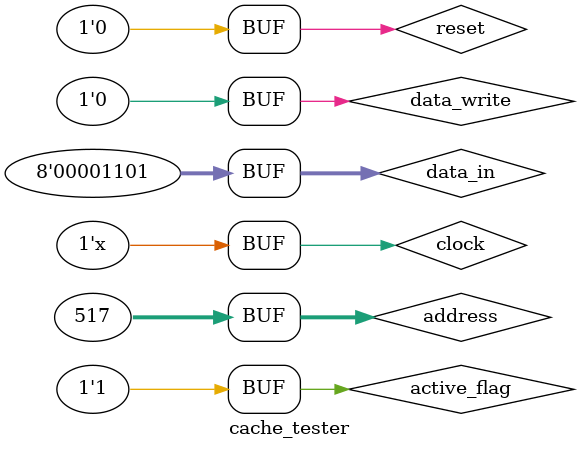
<source format=v>
module flip_flop(input clock, input reset, input data_write, input data_init, input data_in, output reg data_out);
	always @ (negedge clock) begin
		if(reset == 1'b1) begin
			data_out = data_init;
		end else if(data_write == 1'b1) begin 
			data_out = data_in; 
		end
	end
endmodule

module register_8bit(input clock, input reset, input data_write, input [7:0] data_init, input [7:0] data_in, output [7:0] data_out);
	genvar i;
	generate 
		for (i = 0; i < 8; i = i + 1) begin : flip_flop
			flip_flop ins(clock, reset, data_write, data_init[i], data_in[i], data_out[i]);
		end
	endgenerate
endmodule

module register_32bit(input clock, input reset, input data_write, input [31:0] data_init, input [31:0] data_in, output [31:0] data_out);
	genvar i;
	generate 
		for (i = 0; i < 32; i = i + 1) begin : flip_flop
			flip_flop ins(clock, reset, data_write, data_init[i], data_in[i], data_out[i]);
		end
	endgenerate
endmodule

module register_48bit(input clock, input reset, input data_write, input [47:0] data_init, input [47:0] data_in, output [47:0] data_out);
	genvar i;
	generate 
		for (i = 0; i < 48; i = i + 1) begin : flip_flop
			flip_flop ins(clock, reset, data_write, data_init[i], data_in[i], data_out[i]);
		end
	endgenerate
endmodule

module register_64bit(input clock, input reset, input data_write, input [63:0] data_init, input [63:0] data_in, output [63:0] data_out);
	genvar i;
	generate 
		for (i = 0; i < 64; i = i + 1) begin : flip_flop
			flip_flop ins(clock, reset, data_write, data_init[i], data_in[i], data_out[i]);
		end
	endgenerate
endmodule

module register_82bit(input clock, input reset, input data_write, input [81:0] data_init, input [81:0] data_in, output [81:0] data_out);
	genvar i;
	generate 
		for (i = 0; i < 82; i = i + 1) begin : flip_flop
			flip_flop ins(clock, reset, data_write, data_init[i], data_in[i], data_out[i]);
		end
	endgenerate
endmodule

module register_216bit(input clock, input reset, input data_write, input [215:0] data_init, input [215:0] data_in, output [215:0] data_out);
	genvar i;
	generate 
		for (i = 0; i < 216; i = i + 1) begin : flip_flop
			flip_flop ins(clock, reset, data_write, data_init[i], data_in[i], data_out[i]);
		end
	endgenerate
endmodule

module mux_2to1_3bits(input selector, input [2:0] mux_in_0, mux_in_1, output reg [2:0] mux_out);
	always @ (selector or mux_in_0 or mux_in_1) begin
		case(selector)
			1'b0: mux_out = mux_in_0;
			1'b1: mux_out = mux_in_1;
		endcase
	end
endmodule

module mux_2to1_32bits(input selector, input [31:0] mux_in_0, mux_in_1, output reg [31:0] mux_out);
	always @ (selector or mux_in_0 or mux_in_1) begin
		case(selector)
			1'b0: mux_out = mux_in_0;
			1'b1: mux_out = mux_in_1;
		endcase
	end
endmodule

module mux_4to1_32bits(input [1:0] selector, input [31:0] mux_in_0, mux_in_1, mux_in_2, mux_in_3, output reg [31:0] mux_out);
	always @ (selector or mux_in_0 or mux_in_1 or mux_in_2 or mux_in_3) begin
		case(selector)
			2'b00: mux_out = mux_in_0;
			2'b01: mux_out = mux_in_1;
			2'b10: mux_out = mux_in_2;
			2'b11: mux_out = mux_in_3;
		endcase
	end
endmodule

module mux_8to1_8bits(input [2:0] selector, input [7:0] mux_in_0, mux_in_1, mux_in_2, mux_in_3, mux_in_4, mux_in_5, mux_in_6, mux_in_7, output reg [7:0] mux_out);
	always @ (selector or mux_in_0 or mux_in_1 or mux_in_2 or mux_in_3, mux_in_4, mux_in_5, mux_in_6, mux_in_7) begin
		case(selector)
			3'b000: mux_out = mux_in_0;
			3'b001: mux_out = mux_in_1;
			3'b010: mux_out = mux_in_2;
			3'b011: mux_out = mux_in_3;
			3'b100: mux_out = mux_in_4;
			3'b101: mux_out = mux_in_5;
			3'b110: mux_out = mux_in_6;
			3'b111: mux_out = mux_in_7;
		endcase
	end
endmodule

module register_file(input clock, input reset, input [1:0] data_write, input [5:0] destination, input [11:0] source, input [63:0] data_in, output [127:0] actual_data_out);
	wire [7:0] destination_bitmap [1:0];
	wire [31:0] data_out [7:0], actual_data_in [7:0];
	reg [31:0] cycle_count;
	initial begin
		cycle_count = 0;
		$monitor("Cycle #%d: RegFile[0-7]: %d %d %d %d %d %d %d %d", cycle_count, data_out[0], data_out[1], data_out[2], data_out[3], data_out[4], data_out[5], data_out[6], data_out[7]);
	end
	always @(negedge clock) begin
		cycle_count = cycle_count + 1;
	end
	assign destination_bitmap[1] = 1 << destination[5:3];
	assign destination_bitmap[0] = 1 << destination[2:0];
	assign actual_data_out = {data_out[source[11:9]], data_out[source[8:6]], data_out[source[5:3]], data_out[source[2:0]]};
	genvar i;
	generate 
		for (i = 0; i < 8; i = i + 1) begin : register_32bit
			mux_2to1_32bits mux_ins(destination_bitmap[1][i], data_in[31:0], data_in[63:32], actual_data_in[i]); // 5:3 or 2:0 based on preference order during same destination
			register_32bit reg_ins(clock, reset, (data_write[0] & destination_bitmap[0][i]) | (data_write[1] & destination_bitmap[1][i]), 32'b0, actual_data_in[i], data_out[i]);
		end
	endgenerate		
endmodule

module adder(input [31:0] a, b, output [31:0] c); assign c = a + b; endmodule
module zero_extender_5to32(input [4:0] in, output [31:0] out); assign out = {27'b0, in}; endmodule
module zero_extender_8to32(input [7:0] in, output [31:0] out); assign out = {24'b0, in}; endmodule
module sign_extender_11to32(input [10:0] in, output [31:0] out); assign out = {{19{in[10]}}, in, 2'b0}; endmodule
module sign_extender_8to32(input [7:0] in, output [31:0] out); assign out = {{22{in[7]}}, in, 2'b0}; endmodule

module control_circuit(input [4:0] op_code_1, op_code_0, output reg mem_read, mem_write, output reg [1:0] reg_write, output reg branch, jump, instr_invalid);
	always @ (op_code_0, op_code_1) begin
	  	case(op_code_1)
	  		5'b00011: begin reg_write[1] = 1'b1; instr_invalid = 1'b0; end
			5'b01000: begin reg_write[1] = 1'b1; instr_invalid = 1'b0; end
	  		5'b00000: begin reg_write[1] = 1'b0; instr_invalid = 1'b0; end
	  		default: begin instr_invalid = 1'b1; end
	  	endcase	
	  	case(op_code_0)
	  		5'b01101: begin mem_read = 1'b1; mem_write = 1'b0; reg_write[0] = 1'b1; branch = 1'b0; jump = 1'b0; instr_invalid = 1'b0; end
	  		5'b01100: begin mem_read = 1'b0; mem_write = 1'b1; reg_write[0] = 1'b0; branch = 1'b0; jump = 1'b0; instr_invalid = 1'b0; end
	  		5'b11100: begin mem_read = 1'b0; mem_write = 1'b0; reg_write[0] = 1'b0; branch = 1'b0; jump = 1'b1; instr_invalid = 1'b0; end
	  		5'b11011: begin mem_read = 1'b0; mem_write = 1'b0; reg_write[0] = 1'b0; branch = 1'b1; jump = 1'b0; instr_invalid = 1'b0; end
	  		5'b00000: begin mem_read = 1'b0; mem_write = 1'b0; reg_write[0] = 1'b0; branch = 1'b0; jump = 1'b0; instr_invalid = 1'b0; end
	  		default: begin instr_invalid = 1'b1; end
	  	endcase	
	end
endmodule

module alu(input [31:0] data_in_1, data_in_0, input [1:0] alu_op, output reg [31:0] data_out, output reg N, Z, C, V);
	initial begin
		N = 1'b0;
		Z = 1'b0;
		C = 1'b0;
		V = 1'b0;
	end
	reg [31:0] data_in_1_neg;
	reg [4:0] bit_out;
	always @ (data_in_0 or data_in_1 or alu_op)
	begin
		case(alu_op)
			2'b00: begin
				{C, data_out} = {1'b0, data_in_0} + {1'b0, data_in_1};
				Z = (data_out == 32'b0);
				V = (data_in_0[31] == data_in_1[31] && data_out[31] != data_in_0[31]);
				N = data_out[31];
			end 2'b01: begin
				{C, data_out} = {1'b0, data_in_0} - {1'b0, data_in_1};
				Z = (data_out == 32'b0);
				N = data_out[31];
				V = (data_in_0[31] < data_in_1[31] && data_out[31] != 1'b0) || (data_in_0[31] > data_in_1[31] && data_out[31] != 1'b1);
			end 2'b10: begin
				data_out = data_in_0 | data_in_1;
				Z = (data_out == 32'b0);
				N = data_out[31];
			end 2'b11: begin
				data_out = {data_in_0, data_in_0} >> data_in_1[4:0];
				if(data_in_1[4:0] > 5'b0) begin
					bit_out = data_in_1[4:0] - 5'b1;
					C = data_in_0[bit_out];
				end
				Z = (data_out == 32'b0);
				N = data_out[31];
			end
		endcase
	end
endmodule

module cache_memory(input clock, input reset, input data_write, input [31:0] address, input [7:0] data_in, output [7:0] data_mux_out);
	wire [7:0] data_out [1023:0];
	wire [1023:0] write_bitmap;
	assign write_bitmap = 1 << address;
	genvar i;
	generate 
		for (i = 0; i < 1024; i = i + 1) begin : register_8bit
			register_8bit ins(clock, reset, data_write & write_bitmap[i], i * 2, data_in, data_out[i]);
		end
	endgenerate
	assign data_mux_out = data_out[address];
endmodule

module cache_block(input clock, input reset, input data_write, input [4:0] offset, input [7:0] data_in, output [7:0] actual_data_out);
	wire [31:0] offset_bitmap;
	wire [7:0] data_out [31:0];
	assign offset_bitmap = 1 << offset; // decoder
	assign actual_data_out = data_out[offset]; // mux
	genvar i;
	generate 
		for (i = 0; i < 32; i = i + 1) begin : register_8bit
			register_8bit ins(clock, reset, data_write & offset_bitmap[i], 8'b0, data_in, data_out[i]);
		end
	endgenerate
endmodule

module cache(input clock, input reset, input active_flag, input data_write, input [31:0] address, input [7:0] data_in, output [7:0] actual_data_out, output reg busy);
	wire [7:0] data_out [15:0], data_mem_out; 
	wire [15:0] active_block_bitmap;
	reg [23:0] tag [15:0];
	reg [15:0] valid;
	reg [7:0] mru, first_in;
	reg [7:0] actual_data_in;
	reg [1:0] state;
	reg [4:0] offset_out;
	reg [3:0] active_block;
	reg [5:0] transferred_count;
	reg [31:0] mem_address;
	//initial $monitor("%d %d %d %d", tag[0], tag[1], tag[2], tag[3]);
	assign actual_data_out = data_out[active_block];
	assign active_block_bitmap = 1 << active_block;
	always @ (address, mru, first_in, state) begin
		if(state == 2'b00)
			active_block = {address[7:5], mru[address[7:5]]};
		else if(state == 2'b01)
			active_block = {address[7:5], ~mru[address[7:5]]};
		else if(state == 2'b10)
			active_block = {address[7:5], first_in[address[7:5]]};
	end
	always @ (state, data_mem_out, transferred_count, address) begin
		if(state == 2'b10) begin
			actual_data_in = data_mem_out;
			offset_out = transferred_count;
			mem_address = {address[31:5], transferred_count[4:0]};
		end else begin
			offset_out = address[4:0];
			actual_data_in = data_in;
			mem_address = address;
		end
	end
	genvar i;
	generate 
		for (i = 0; i < 16; i = i + 1) begin : cache_block
			cache_block ins(clock, reset, (active_flag & (data_write | (state == 2'b10))) & active_block_bitmap[i], offset_out, actual_data_in, data_out[i]);
		end
	endgenerate
	initial begin 
		state = 2'b00;
		mru = 8'b0;
		first_in = 8'b0;
		valid = 16'b0;
		transferred_count = 5'b0;
		busy = 1'b0;
	end
	always @ (negedge clock) begin
		if(active_flag == 1'b1) begin
			case(state)
				2'b00: begin // first check, mru
					transferred_count = 5'b0;
					busy = 1'b1;
					if(valid[active_block] == 1'b0) begin // invalid, first access, mru, therefore: the other is invalid too, insta-fetch
						state = 2'b10;
						transferred_count = 5'b0;
					end else begin
						if(address[31:8] == tag[active_block]) begin // found
							busy = 1'b0;
						end else begin // tag mismatch, check other
							state = 2'b01; 
						end
					end
				end
				2'b01: begin // second check, ~mru
					if(valid[active_block] == 1'b0) begin // miss, switch to first_in and fetch data
						state = 2'b10; 
					end else begin
						if(address[31:8] == tag[active_block]) begin // found
							state = 2'b00;
							mru[active_block[3:1]] <= ~mru[active_block[3:1]];
							busy = 1'b0;
							state = 2'b00;
						end else begin // miss, fetch data
							state = 2'b10; 
						end
					end
				end
				2'b10: begin // fetch time, first_in
					transferred_count = transferred_count + 1;
					if(transferred_count == 6'b100000) begin
						valid[active_block] = 1'b1;
						state = 2'b00;
						mru[active_block[3:1]] = first_in[active_block[3:1]];
						first_in[active_block[3:1]] = ~first_in[active_block[3:1]];
						tag[active_block] = address[31:8];
						busy = 1'b0;
					end
				end
			endcase
		end
	end
	cache_memory mem(clock, reset, data_write & active_flag, mem_address, data_in, data_mem_out);
endmodule

module forwarding(input [3:0] reg_write, input [2:0] source_3, source_2, source_1, source_0, destination_3, destination_2, destination_1, destination_0, output reg [1:0] selector_3, selector_2, selector_1, output reg [2:0] selector_0);
	always @(reg_write, source_3, source_2, source_1, source_0, destination_3, destination_2, destination_1, destination_0) begin
		if (destination_3 == source_2 && reg_write[2])
			selector_3 = 2'b11;
		else if (destination_3 == source_1 && reg_write[1])
			selector_3 = 2'b10;
		else if (destination_3 == source_0 && reg_write[0])
			selector_3 = 2'b01;
		else
			selector_3 = 2'b00;

		if (destination_2 == source_2 && reg_write[2])
			selector_2 = 2'b11;
		else if (destination_2 == source_1 && reg_write[1])
			selector_2 = 2'b10;
		else if (destination_2 == source_0 && reg_write[0])
			selector_2 = 2'b01;
		else
			selector_2 = 2'b00;

		if (destination_1 == source_2 && reg_write[2])
			selector_1 = 2'b11;
		else if (destination_1 == source_1 && reg_write[1])
			selector_1 = 2'b10;
		else if (destination_1 == source_0 && reg_write[0])
			selector_1 = 2'b01;
		else
			selector_1 = 2'b00;

		if (destination_0 == source_3 && reg_write[3])
			selector_0 = 3'b100;
		else if (destination_0 == source_2 && reg_write[2])
			selector_0 = 3'b011;
		else if (destination_0 == source_1 && reg_write[1])
			selector_0 = 3'b010;
		else if (destination_0 == source_0 && reg_write[0])
			selector_0 = 3'b001;
		else
			selector_0 = 3'b000;
	end
endmodule

module hazard_management(input reg_write, input [2:0] source, destination_2, destination_1, destination_0, output reg hazard_flag);
	initial hazard_flag = 1'b0;
	always @ (reg_write, source, destination_2, destination_1, destination_0) 
		if (reg_write && (source == destination_2 || source == destination_1 || source == destination_0))
			hazard_flag = 1'b1;
		else
			hazard_flag = 1'b0;
endmodule

module datapath (input clock, input reset, output [7:0] result_mem, output [31:0] result_alu);
	wire [31:0] if_pc_in, if_pc_out, if_inst_out, if_pc_mux_out, if_pc_adder_out, if_epc_mux_out, if_epc_out;
	wire if_cause_out;

	wire [31:0] id_reg_file_data_out [3:0], id_ls_offset, id_jump_offset, id_branch_offset, id_inst_out, id_pc_out;
	wire [4:0] id_op_code [1:0];
	wire [2:0] id_source [3:0], id_destination [1:0];
	wire [1:0] id_reg_write, ex_reg_write, ex_alu_op;
	wire id_mem_read, id_mem_write, id_branch, id_jump, id_instr_invalid;

	wire [31:0] ex_adder_out, ex_alu_out, ex_data_memory_out, ex_reg_file_data_out [3:0], ex_ls_offset, ex_alu_data_in_1, ex_alu_data_in_0, ex_adder_data_in, ex_pc_out;
	wire [7:0] ex_mem_data_in;
	wire [2:0] ex_destination [1:0], ex_source [3:0], ex_mem_data_in_selector;
	wire [1:0] ex_alu_data_in_0_selector, ex_alu_data_in_1_selector, adder_data_in_selector;
	wire ex_N, ex_Z, ex_C, ex_V, ex_mem_read, ex_mem_write, ex_hazard_flag;

	wire [31:0] mem_alu_out, mem_adder_out;
	wire [7:0] mem_writedata_out, mem_data_memory_out;
	wire [2:0] mem_destination [1:0];
	wire [1:0] mem_reg_write;
	wire mem_mem_read, mem_mem_write, mem_cache_busy;

	wire [31:0] wb_alu_out;
	wire [7:0] wb_data_memory_out;
	wire [2:0] wb_destination [1:0];
	wire [1:0] wb_reg_write;

	assign result_mem = wb_data_memory_out;
	assign result_alu = wb_alu_out;

	register_32bit pc(clock, reset, ~((ex_hazard_flag & ~mem_cache_busy) | mem_cache_busy), 32'b0, if_pc_in, if_pc_out);
	register_32bit epc(clock, reset, id_instr_invalid | ex_V, 32'b0, if_epc_mux_out, if_epc_out);
	mux_2to1_32bits epc_mux(id_instr_invalid, ex_pc_out, id_pc_out, if_epc_mux_out);
	flip_flop cause(clock, reset, id_instr_invalid | ex_V, 1'b0, ~id_instr_invalid, if_cause_out);
	adder pc_adder(if_pc_out, if_pc_mux_out, if_pc_adder_out);
	mux_4to1_32bits pc_mux({(id_branch & ex_alu_out[31]), id_jump}, 32'b100, id_jump_offset, id_branch_offset, 32'b0, if_pc_mux_out);
	mux_2to1_32bits pc_mux_2(id_instr_invalid | ex_V, if_pc_adder_out, 32'b1101100, if_pc_in);
	memory inst_memory(clock, reset, 1'b0, if_pc_out, 32'b0, if_inst_out);
	
	register_64bit IF_ID(clock, id_jump | (id_branch & ex_alu_out[31]) | reset, ~((ex_hazard_flag & ~mem_cache_busy) | mem_cache_busy), 64'b0, {if_inst_out, if_pc_out}, {id_inst_out, id_pc_out});

	assign id_source[3] = id_inst_out[31:29];
	assign id_source[2] = id_inst_out[28:26];
	assign id_source[1] = id_inst_out[15:13];
	assign id_source[0] = id_inst_out[12:10];
	assign id_destination[0] = id_inst_out[12:10];
	assign id_op_code[1] = id_inst_out[20:16];
	assign id_op_code[0] = id_inst_out[4:0];

	mux_2to1_3bits destination_0_mux(id_inst_out[17], id_inst_out[28:26], id_inst_out[25:23], id_destination[1]);
	register_file reg_file(~clock, reset, wb_reg_write, {wb_destination[1], wb_destination[0]}, {id_source[3], id_source[2], id_source[1], id_source[0]}, {wb_alu_out, ex_data_memory_out}, {id_reg_file_data_out[3], id_reg_file_data_out[2], id_reg_file_data_out[1], id_reg_file_data_out[0]});
	zero_extender_5to32 id_ls_offset_extender(id_inst_out[9:5], id_ls_offset);
	zero_extender_8to32 wb_data_memory_out_extender(wb_data_memory_out, ex_data_memory_out);
	sign_extender_11to32 id_jump_offset_extender(id_inst_out[15:5], id_jump_offset);
	sign_extender_8to32 id_branch_offset_extender(id_inst_out[15:8], id_branch_offset);
	control_circuit control(id_op_code[1], id_op_code[0], id_mem_read, id_mem_write, id_reg_write, id_branch, id_jump, id_instr_invalid);
	
	register_216bit ID_EX(clock, reset | ex_V | id_instr_invalid, ~((ex_hazard_flag & ~mem_cache_busy) | mem_cache_busy), 216'b0, {id_reg_file_data_out[3], id_reg_file_data_out[2], id_reg_file_data_out[1], id_reg_file_data_out[0], id_ls_offset, id_inst_out[22:21], id_reg_write, id_mem_read, id_mem_write, id_destination[1], id_destination[0], id_source[3], id_source[2], id_source[1], id_source[0], id_pc_out}, {ex_reg_file_data_out[3], ex_reg_file_data_out[2], ex_reg_file_data_out[1], ex_reg_file_data_out[0], ex_ls_offset, ex_alu_op, ex_reg_write, ex_mem_read, ex_mem_write, ex_destination[1], ex_destination[0], ex_source[3], ex_source[2], ex_source[1], ex_source[0], ex_pc_out});

	forwarding forward({mem_reg_write[0], mem_reg_write[1], wb_reg_write[0], wb_reg_write[1]}, mem_destination[0], mem_destination[1], wb_destination[0], wb_destination[1], ex_source[3], ex_source[2], ex_source[1], ex_source[0], ex_alu_data_in_1_selector, ex_alu_data_in_0_selector, adder_data_in_selector, ex_mem_data_in_selector);

	hazard_management hazard(mem_reg_write[0], mem_destination[0], ex_source[3], ex_source[2], ex_source[1], ex_hazard_flag);

	mux_4to1_32bits alu_data_in_1_mux(ex_alu_data_in_1_selector, ex_reg_file_data_out[3], wb_alu_out, ex_data_memory_out, mem_alu_out, ex_alu_data_in_1);
	mux_4to1_32bits alu_data_in_0_mux(ex_alu_data_in_0_selector, ex_reg_file_data_out[2], wb_alu_out, ex_data_memory_out, mem_alu_out, ex_alu_data_in_0);
	mux_4to1_32bits adder_data_in_mux(adder_data_in_selector, ex_reg_file_data_out[1], wb_alu_out, ex_data_memory_out, mem_alu_out, ex_adder_data_in);
	alu alu_ins(ex_alu_data_in_1, ex_alu_data_in_0, ex_alu_op, ex_alu_out, ex_N, ex_Z, ex_C, ex_V);
	adder adder_ins(ex_adder_data_in, ex_ls_offset, ex_adder_out);
	mux_8to1_8bits ex_mem_data_in_mux(ex_mem_data_in_selector, ex_reg_file_data_out[0][7:0], wb_alu_out[7:0], wb_data_memory_out, mem_alu_out[7:0], mem_data_memory_out, 8'b0, 8'b0, 8'b0, ex_mem_data_in);

	register_82bit EX_MEM(clock, (ex_hazard_flag & ~mem_cache_busy) | ex_V, ~mem_cache_busy, 82'b0, {ex_alu_out, ex_adder_out, ex_reg_write, ex_mem_read, ex_mem_write, ex_destination[1], ex_destination[0], ex_mem_data_in}, {mem_alu_out, mem_adder_out, mem_reg_write, mem_mem_read, mem_mem_write, mem_destination[1], mem_destination[0], mem_writedata_out});
	
	cache cac(~clock, reset, mem_mem_write | mem_mem_read, mem_mem_write, mem_adder_out, mem_writedata_out, mem_data_memory_out, mem_cache_busy);

	register_48bit MEM_WB(clock, mem_cache_busy, 1'b1, 48'b0, {mem_alu_out, mem_data_memory_out, mem_reg_write, mem_destination[1], mem_destination[0]}, {wb_alu_out, wb_data_memory_out, wb_reg_write, wb_destination[1], wb_destination[0]});

endmodule

module memory(input clock, input reset, input data_write, input [31:0] address, input [31:0] data_in, output [31:0] actual_data_out);
	wire [31:0] data_out [63:0];
	wire [31:0] write_bitmap;
	wire [31:0] instruction [63:0];
	assign actual_data_out = data_out[address[6:2]];
	assign write_bitmap = 1 << address[31:2];
	// PRE-LOADED WITH TEST_01
assign instruction[0] = 32'b000_000_110_0000011__000_001_00001_01101; // R[1] = Mem[1]; COLD MISS, 32 cycle stall || R[6] = R[0] + R[0]
assign instruction[1] = 32'b001_010_110_0000011__000_001_00010_01100; // Mem[2] = R[1];	|| R[6] = R[1] + R[2]
assign instruction[2] = 32'b001_000_110_0000011__000_010_00010_01101; // R[2] = Mem[2];	|| R[6] = R[1] + R[0]
assign instruction[3] = 32'b001_010_110_0000011__000_010_00011_01100; // Mem[3] = R[2];	|| R[6] = R[1] + R[2]
assign instruction[4] = 32'b001_010_110_0000011__000_011_00011_01101; // R[3] = Mem[3];	|| R[6] = R[1] + R[2]
assign instruction[5] = 32'b011_010_100_00_00011__000_110_00001_01101; // R[4] = R[2] + R[3]; || R[6] = Mem[1];
assign instruction[6] = 32'b100_010_100_00_00011__000_110_00010_01101; // R[4] = R[2] + R[4]; || R[6] = Mem[2];
assign instruction[7] = 32'b100_100_100_00_00011__000_110_00011_01101; // R[4] = R[4] + R[4]; || R[6] = Mem[3];
assign instruction[8] = 32'b0000000000000000__11111110_000_11011; // branch back 1 instruction
assign instruction[9] = 32'b0000000000000000__0000000000000000;
assign instruction[10] = 32'b0000000000000000__0000000000000000;
assign instruction[11] = 32'b0000000000000000__0000000000000000;
assign instruction[12] = 32'b0000000000000000__0000000000000000;
assign instruction[13] = 32'b0000000000000000__0000000000000000;
assign instruction[14] = 32'b0000000000000000__0000000000000000;
assign instruction[15] = 32'b0000000000000000__0000000000000000;
assign instruction[16] = 32'b0000000000000000__0000000000000000;
assign instruction[17] = 32'b0000000000000000__0000000000000000;
assign instruction[18] = 32'b0000000000000000__0000000000000000;
assign instruction[19] = 32'b0000000000000000__0000000000000000;
assign instruction[20] = 32'b0000000000000000__0000000000000000;
assign instruction[21] = 32'b0000000000000000__0000000000000000;
assign instruction[22] = 32'b0000000000000000__0000000000000000;
assign instruction[23] = 32'b0000000000000000__0000000000000000;
assign instruction[24] = 32'b0000000000000000__0000000000000000;
assign instruction[25] = 32'b0000000000000000__0000000000000000;
assign instruction[26] = 32'b0000000000000000__0000000000000000;
assign instruction[27] = 32'b0000000000000000__000_111_11011_01101; // R[7] = Mem[27]
assign instruction[28] = 32'b0000000000000000__0000000000000000; // R[6] = Mem[54 + 27] COLD MISS! 32 cycle stall
	assign instruction[29] = 32'b0000000000000000__0000000000000000;
	assign instruction[30] = 32'b0000000000000000__0000000000000000;
	assign instruction[31] = 32'b0000000000000000__0000000000000000;
	assign instruction[32] = 32'b0000000000000000__0000000000000000;
	assign instruction[33] = 32'b0000000000000000__0000000000000000;
	assign instruction[34] = 32'b0000000000000000__0000000000000000;
	assign instruction[35] = 32'b0000000000000000__0000000000000000;
	assign instruction[36] = 32'b0000000000000000__0000000000000000;
	assign instruction[37] = 32'b0000000000000000__0000000000000000;
	assign instruction[38] = 32'b0000000000000000__0000000000000000;
	assign instruction[39] = 32'b0000000000000000__0000000000000000;
	assign instruction[40] = 32'b0000000000000000__0000000000000000;
	assign instruction[41] = 32'b0000000000000000__0000000000000000;
	assign instruction[42] = 32'b0000000000000000__0000000000000000;
	assign instruction[43] = 32'b0000000000000000__0000000000000000;
	assign instruction[44] = 32'b0000000000000000__0000000000000000;
	assign instruction[45] = 32'b0000000000000000__0000000000000000;
	assign instruction[46] = 32'b0000000000000000__0000000000000000;
	assign instruction[47] = 32'b0000000000000000__0000000000000000;
	assign instruction[48] = 32'b0000000000000000__0000000000000000;
	assign instruction[49] = 32'b0000000000000000__0000000000000000;
	assign instruction[50] = 32'b0000000000000000__0000000000000000;
	assign instruction[51] = 32'b0000000000000000__0000000000000000;
	assign instruction[52] = 32'b0000000000000000__0000000000000000;
	assign instruction[53] = 32'b0000000000000000__0000000000000000;
	assign instruction[54] = 32'b0000000000000000__0000000000000000;
	assign instruction[55] = 32'b0000000000000000__0000000000000000;
	assign instruction[56] = 32'b0000000000000000__0000000000000000;
	assign instruction[57] = 32'b0000000000000000__0000000000000000;
	assign instruction[58] = 32'b0000000000000000__0000000000000000;
	assign instruction[59] = 32'b0000000000000000__0000000000000000;
	assign instruction[60] = 32'b0000000000000000__0000000000000000;
	assign instruction[61] = 32'b0000000000000000__0000000000000000;
	assign instruction[62] = 32'b0000000000000000__0000000000000000;
	assign instruction[63] = 32'b0000000000000000__0000000000000000;
	genvar i;
	generate 
		for (i = 0; i < 64; i = i + 1) begin : register_32bit
			register_32bit ins(clock, reset, data_write & write_bitmap[i], instruction[i], data_in, data_out[i]);
		end
	endgenerate
endmodule

module datapath_tester();
	reg clock, reset;
	wire [7:0] result_mem;
	wire [31:0] result_alu;
	initial begin
		clock = 1'b0;
		reset = 1'b1;
		#20
		reset = 1'b0;
	end
	datapath greb(clock, reset, result_mem, result_alu);
	always #10 clock <= ~clock;
endmodule

module cache_tester();
	reg clock, reset, active_flag, data_write;
	reg [31:0] address;
	reg [7:0] data_in;
	wire [7:0] data_out;
	wire busy;
	cache greb(clock, reset, active_flag, data_write, address, data_in, data_out, busy);
	initial begin
		clock = 0;
		reset = 1;
		active_flag = 0;
		data_write = 0;
		address = 0;
		data_in = 0;
		#40 
		reset = 0;
		address = 259;
		data_in = 20;
		active_flag = 1;
		#800 
		active_flag = 1;
		address = 10;
		#800 
		active_flag = 1;
		address = 11;
		#20
		active_flag = 1;
		address = 12;
		#20
		active_flag = 1;
		data_write = 1;
		address = 13;
		data_in = 14;
		#20
		active_flag = 1;
		data_write = 1;
		address = 14;
		data_in = 15;
		#20
		active_flag = 1;
		data_write = 0;
		address = 13;
		#20
		active_flag = 1;
		data_write = 0;
		address = 14;
		#20
		active_flag = 1;
		data_write = 1;
		address = 259;
		data_in = 19;
		#40
		active_flag = 1;
		address = 18;
		data_in = 20;
		#40
		active_flag = 1;
		data_write = 0;
		address = 259;
		data_in = 19;
		#40
		active_flag = 1;
		address = 18;
		data_in = 20;
		#40
		active_flag = 1;
		data_write = 1;
		address = 517;
		data_in = 13;
		#800
		active_flag = 1;
		data_write = 0;
		address = 517;
		data_in = 13;
	end
	always #10 clock <= ~clock;
endmodule

</source>
